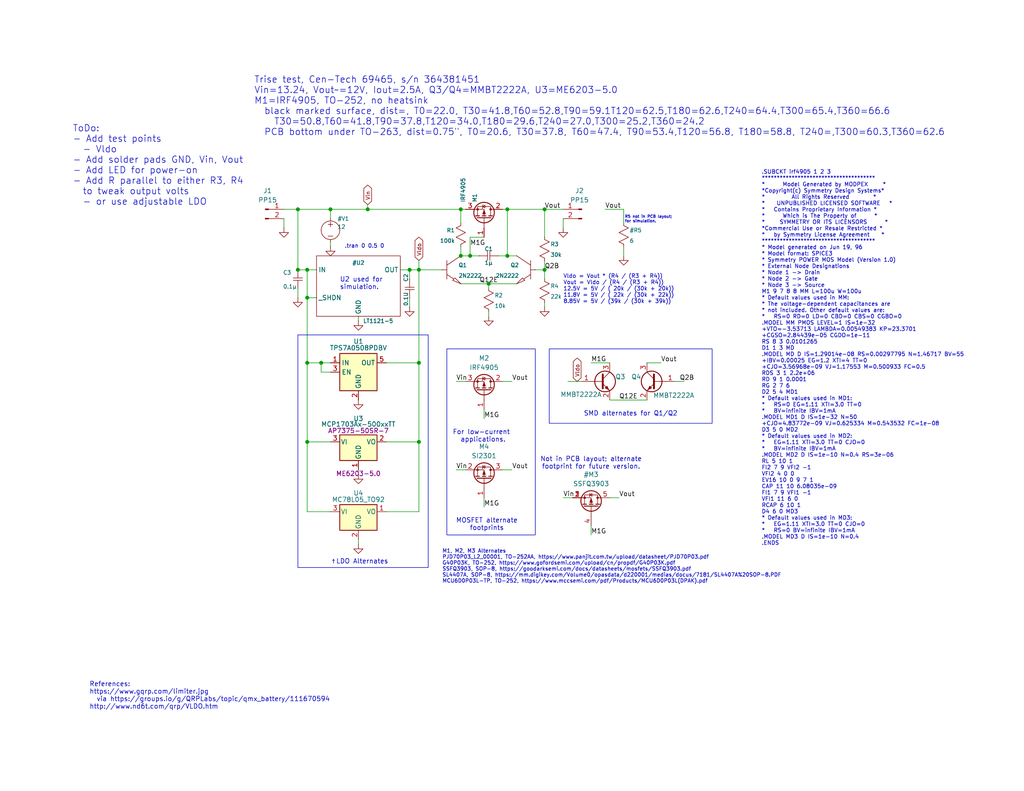
<source format=kicad_sch>
(kicad_sch (version 20250114) (generator "eeschema") (generator_version "9.0")
  (paper "USLetter")
  (title_block (title "VLDO (Very Low Dropout Regulator)") (date "2025-11-16") (rev "0.1") (comment 1 "Artwork (C) 2025, AC8ES") (comment 2 "  http://www.nd6t.com/qrp/VLDO.htm") (comment 3 "  https://www.gqrp.com/limiter.jpg (G4COL)") (comment 4 "Based on"))
  (lib_symbols
    (symbol "Connector:Conn_01x02_Pin" (pin_names (offset 1.016) (hide yes))
      (property "Reference" "J" (at 0 2.54 0))
      (property "Value" "Conn_01x02_Pin" (at 0 -5.08 0))
      (symbol "Conn_01x02_Pin_1_1"
        (rectangle (start 0.8636 0.127) (end 0 -0.127) (stroke (width 0.1524)) (fill (type outline)))
        (rectangle (start 0.8636 -2.413) (end 0 -2.667) (stroke (width 0.1524)) (fill (type outline)))
        (polyline (pts (xy 1.27 0) (xy 0.8636 0)) (stroke (width 0.1524)))
        (polyline (pts (xy 1.27 -2.54) (xy 0.8636 -2.54)) (stroke (width 0.1524)))
        (pin passive line (at 5.08 0 180) (length 3.81) (name "Pin_1") (number "1"))
        (pin passive line (at 5.08 -2.54 180) (length 3.81) (name "Pin_2") (number "2"))
      )
    )
    (symbol "Regulator_Linear:MC78L05_TO92" (pin_names (offset 0.254))
      (property "Reference" "U" (at -3.81 3.175 0))
      (property "Value" "MC78L05_TO92" (at 0 3.175 0))
      (symbol "MC78L05_TO92_0_1"
        (rectangle (start -5.08 -5.08) (end 5.08 1.905) (stroke (width 0.254)) (fill (type background)))
      )
      (symbol "MC78L05_TO92_1_1"
        (pin power_in line (at -7.62 0 0) (length 2.54) (name "VI") (number "3"))
        (pin power_in line (at 0 -7.62 90) (length 2.54) (name "GND") (number "2"))
        (pin power_out line (at 7.62 0 180) (length 2.54) (name "VO") (number "1"))
      )
    )
    (symbol "Regulator_Linear:MCP1703Ax-500xxTT" (pin_names (offset 0.254))
      (property "Reference" "U" (at -3.81 3.175 0))
      (property "Value" "MCP1703Ax-500xxTT" (at 0 3.175 0))
      (symbol "MCP1703Ax-500xxTT_0_1"
        (rectangle (start -5.08 -5.08) (end 5.08 1.905) (stroke (width 0.254)) (fill (type background)))
      )
      (symbol "MCP1703Ax-500xxTT_1_1"
        (pin power_in line (at -7.62 0 0) (length 2.54) (name "VI") (number "3"))
        (pin power_in line (at 0 -7.62 90) (length 2.54) (name "GND") (number "1"))
        (pin power_out line (at 7.62 0 180) (length 2.54) (name "VO") (number "2"))
      )
    )
    (symbol "Regulator_Linear:TPS7A0508PDBV"
      (property "Reference" "U" (at -3.81 6.35 0))
      (property "Value" "TPS7A0508PDBV" (at 6.35 6.35 0))
      (symbol "TPS7A0508PDBV_0_1"
        (rectangle (start -5.08 -5.08) (end 5.08 5.08) (stroke (width 0.254)) (fill (type background)))
        (pin power_in line (at -7.62 2.54 0) (length 2.54) (name "IN") (number "1"))
        (pin input line (at -7.62 0 0) (length 2.54) (name "EN") (number "3"))
        (pin power_in line (at 0 -7.62 90) (length 2.54) (name "GND") (number "2"))
        (pin no_connect line (at 5.08 0 180) (length 2.54) (hide yes) (name "NC") (number "4"))
        (pin power_out line (at 7.62 2.54 180) (length 2.54) (name "OUT") (number "5"))
      )
    )
    (symbol "Transistor_BJT:MMBT2222A" (pin_names (offset 0) (hide yes))
      (property "Reference" "Q" (at 5.08 1.905 0))
      (property "Value" "MMBT2222A" (at 5.08 0 0))
      (symbol "MMBT2222A_0_1"
        (polyline (pts (xy -2.54 0) (xy 0.635 0)))
        (polyline (pts (xy 0.635 1.905) (xy 0.635 -1.905)) (stroke (width 0.508)))
        (circle (center 1.27 0) (radius 2.8194) (stroke (width 0.254)))
      )
      (symbol "MMBT2222A_1_1"
        (polyline (pts (xy 0.635 0.635) (xy 2.54 2.54)))
        (polyline (pts (xy 0.635 -0.635) (xy 2.54 -2.54)))
        (polyline (pts (xy 1.27 -1.778) (xy 1.778 -1.27) (xy 2.286 -2.286) (xy 1.27 -1.778)) (fill (type outline)))
        (pin input line (at -5.08 0 0) (length 2.54) (name "B") (number "1"))
        (pin passive line (at 2.54 5.08 270) (length 2.54) (name "C") (number "3"))
        (pin passive line (at 2.54 -5.08 90) (length 2.54) (name "E") (number "2"))
      )
    )
    (symbol "Transistor_FET:IRF4905" (pin_names (hide yes))
      (property "Reference" "Q" (at 5.08 1.905 0))
      (property "Value" "IRF4905" (at 5.08 0 0))
      (symbol "IRF4905_0_1"
        (polyline (pts (xy 0.254 1.905) (xy 0.254 -1.905)) (stroke (width 0.254)))
        (polyline (pts (xy 0.254 0) (xy -2.54 0)))
        (polyline (pts (xy 0.762 2.286) (xy 0.762 1.27)) (stroke (width 0.254)))
        (polyline (pts (xy 0.762 1.778) (xy 3.302 1.778) (xy 3.302 -1.778) (xy 0.762 -1.778)))
        (polyline (pts (xy 0.762 0.508) (xy 0.762 -0.508)) (stroke (width 0.254)))
        (polyline (pts (xy 0.762 -1.27) (xy 0.762 -2.286)) (stroke (width 0.254)))
        (circle (center 1.651 0) (radius 2.794) (stroke (width 0.254)))
        (polyline (pts (xy 2.286 0) (xy 1.27 0.381) (xy 1.27 -0.381) (xy 2.286 0)) (fill (type outline)))
        (polyline (pts (xy 2.54 2.54) (xy 2.54 1.778)))
        (circle (center 2.54 1.778) (radius 0.254) (fill (type outline)))
        (circle (center 2.54 -1.778) (radius 0.254) (fill (type outline)))
        (polyline (pts (xy 2.54 -2.54) (xy 2.54 0) (xy 0.762 0)))
        (polyline (pts (xy 2.794 -0.508) (xy 2.921 -0.381) (xy 3.683 -0.381) (xy 3.81 -0.254)))
        (polyline (pts (xy 3.302 -0.381) (xy 2.921 0.254) (xy 3.683 0.254) (xy 3.302 -0.381)))
      )
      (symbol "IRF4905_1_1"
        (pin input line (at -5.08 0 0) (length 2.54) (name "G") (number "1"))
        (pin passive line (at 2.54 5.08 270) (length 2.54) (name "D") (number "2"))
        (pin passive line (at 2.54 -5.08 90) (length 2.54) (name "S") (number "3"))
      )
    )
    (symbol "Transistor_FET:IRF9540N" (pin_names (hide yes))
      (property "Reference" "Q" (at 5.08 1.905 0))
      (property "Value" "IRF9540N" (at 5.08 0 0))
      (symbol "IRF9540N_0_1"
        (polyline (pts (xy 0.254 1.905) (xy 0.254 -1.905)) (stroke (width 0.254)))
        (polyline (pts (xy 0.254 0) (xy -2.54 0)))
        (polyline (pts (xy 0.762 2.286) (xy 0.762 1.27)) (stroke (width 0.254)))
        (polyline (pts (xy 0.762 1.778) (xy 3.302 1.778) (xy 3.302 -1.778) (xy 0.762 -1.778)))
        (polyline (pts (xy 0.762 0.508) (xy 0.762 -0.508)) (stroke (width 0.254)))
        (polyline (pts (xy 0.762 -1.27) (xy 0.762 -2.286)) (stroke (width 0.254)))
        (circle (center 1.651 0) (radius 2.794) (stroke (width 0.254)))
        (polyline (pts (xy 2.286 0) (xy 1.27 0.381) (xy 1.27 -0.381) (xy 2.286 0)) (fill (type outline)))
        (polyline (pts (xy 2.54 2.54) (xy 2.54 1.778)))
        (circle (center 2.54 1.778) (radius 0.254) (fill (type outline)))
        (circle (center 2.54 -1.778) (radius 0.254) (fill (type outline)))
        (polyline (pts (xy 2.54 -2.54) (xy 2.54 0) (xy 0.762 0)))
        (polyline (pts (xy 2.794 -0.508) (xy 2.921 -0.381) (xy 3.683 -0.381) (xy 3.81 -0.254)))
        (polyline (pts (xy 3.302 -0.381) (xy 2.921 0.254) (xy 3.683 0.254) (xy 3.302 -0.381)))
      )
      (symbol "IRF9540N_1_1"
        (pin input line (at -5.08 0 0) (length 2.54) (name "G") (number "1"))
        (pin passive line (at 2.54 5.08 270) (length 2.54) (name "D") (number "2"))
        (pin passive line (at 2.54 -5.08 90) (length 2.54) (name "S") (number "3"))
      )
    )
    (symbol "Transistor_FET:Si2319CDS" (pin_names (hide yes))
      (property "Reference" "Q" (at 5.08 1.905 0))
      (property "Value" "Si2319CDS" (at 5.08 0 0))
      (symbol "Si2319CDS_0_1"
        (polyline (pts (xy 0.254 1.905) (xy 0.254 -1.905)) (stroke (width 0.254)))
        (polyline (pts (xy 0.254 0) (xy -2.54 0)))
        (polyline (pts (xy 0.762 2.286) (xy 0.762 1.27)) (stroke (width 0.254)))
        (polyline (pts (xy 0.762 1.778) (xy 3.302 1.778) (xy 3.302 -1.778) (xy 0.762 -1.778)))
        (polyline (pts (xy 0.762 0.508) (xy 0.762 -0.508)) (stroke (width 0.254)))
        (polyline (pts (xy 0.762 -1.27) (xy 0.762 -2.286)) (stroke (width 0.254)))
        (circle (center 1.651 0) (radius 2.794) (stroke (width 0.254)))
        (polyline (pts (xy 2.286 0) (xy 1.27 0.381) (xy 1.27 -0.381) (xy 2.286 0)) (fill (type outline)))
        (polyline (pts (xy 2.54 2.54) (xy 2.54 1.778)))
        (circle (center 2.54 1.778) (radius 0.254) (fill (type outline)))
        (circle (center 2.54 -1.778) (radius 0.254) (fill (type outline)))
        (polyline (pts (xy 2.54 -2.54) (xy 2.54 0) (xy 0.762 0)))
        (polyline (pts (xy 2.794 -0.508) (xy 2.921 -0.381) (xy 3.683 -0.381) (xy 3.81 -0.254)))
        (polyline (pts (xy 3.302 -0.381) (xy 2.921 0.254) (xy 3.683 0.254) (xy 3.302 -0.381)))
      )
      (symbol "Si2319CDS_1_1"
        (pin input line (at -5.08 0 0) (length 2.54) (name "G") (number "1"))
        (pin passive line (at 2.54 5.08 270) (length 2.54) (name "D") (number "3"))
        (pin passive line (at 2.54 -5.08 90) (length 2.54) (name "S") (number "2"))
      )
    )
    (symbol "ac8es:SSFQ3903" (pin_names (hide yes))
      (property "Reference" "Q" (at 5.08 1.905 0))
      (property "Value" "SSFQ3903" (at 5.08 0 0))
      (symbol "SSFQ3903_0_1"
        (polyline (pts (xy 0.254 1.905) (xy 0.254 -1.905)) (stroke (width 0.254)))
        (polyline (pts (xy 0.254 0) (xy -2.54 0)))
        (polyline (pts (xy 0.762 2.286) (xy 0.762 1.27)) (stroke (width 0.254)))
        (polyline (pts (xy 0.762 1.778) (xy 3.302 1.778) (xy 3.302 -1.778) (xy 0.762 -1.778)))
        (polyline (pts (xy 0.762 0.508) (xy 0.762 -0.508)) (stroke (width 0.254)))
        (polyline (pts (xy 0.762 -1.27) (xy 0.762 -2.286)) (stroke (width 0.254)))
        (circle (center 1.651 0) (radius 2.794) (stroke (width 0.254)))
        (polyline (pts (xy 2.286 0) (xy 1.27 0.381) (xy 1.27 -0.381) (xy 2.286 0)) (fill (type outline)))
        (polyline (pts (xy 2.54 2.54) (xy 2.54 1.778)))
        (circle (center 2.54 1.778) (radius 0.254) (fill (type outline)))
        (circle (center 2.54 -1.778) (radius 0.254) (fill (type outline)))
        (polyline (pts (xy 2.54 -2.54) (xy 2.54 0) (xy 0.762 0)))
        (polyline (pts (xy 2.794 -0.508) (xy 2.921 -0.381) (xy 3.683 -0.381) (xy 3.81 -0.254)))
        (polyline (pts (xy 3.302 -0.381) (xy 2.921 0.254) (xy 3.683 0.254) (xy 3.302 -0.381)))
      )
      (symbol "SSFQ3903_1_0"
        (pin passive line (at 2.54 -5.08 90) (length 2.54) (name "S") (number "2"))
        (pin passive line (at 2.54 -5.08 90) (length 2.54) (name "S") (number "3"))
      )
      (symbol "SSFQ3903_1_1"
        (pin passive line (at -5.08 0 0) (length 2.54) (name "G") (number "4"))
        (pin passive line (at 2.54 5.08 270) (length 2.54) (name "D") (number "5"))
        (pin passive line (at 2.54 5.08 270) (length 2.54) (hide yes) (name "D") (number "6"))
        (pin passive line (at 2.54 5.08 270) (length 2.54) (hide yes) (name "D") (number "7"))
        (pin passive line (at 2.54 5.08 270) (length 2.54) (hide yes) (name "D") (number "8"))
        (pin passive line (at 2.54 -5.08 90) (length 2.54) (name "S") (number "1"))
      )
    )
    (symbol "ltspice:PowerProducts/LT1121-5" (pin_numbers (hide yes))
      (symbol "PowerProducts/LT1121-5_0_0"
        (rectangle (start -11.43 7.62) (end 11.43 -8.89) (stroke (width 0.1524)))
        (pin passive line (at -11.43 3.81 0) (length 0.0005) (name "IN") (number "4"))
        (pin passive line (at -11.43 -3.81 0) (length 0.0005) (name "_SHDN") (number "3"))
        (pin passive line (at 0 -8.89 90) (length 0.0005) (name "GND") (number "2"))
        (pin passive line (at 11.43 3.81 180) (length 0.0005) (name "OUT") (number "1"))
      )
    )
    (symbol "ltspice:cap" (pin_numbers (hide yes))
      (symbol "cap_0_0"
        (polyline (pts (xy 1.27 0) (xy 1.27 -2.2352)) (stroke (width 0.1524)))
        (polyline (pts (xy 1.27 -5.08) (xy 1.27 -2.8702)) (stroke (width 0.1524)))
        (polyline (pts (xy 2.54 -2.2352) (xy 0 -2.2352)) (stroke (width 0.1524)))
        (polyline (pts (xy 2.54 -2.8702) (xy 0 -2.8702)) (stroke (width 0.1524)))
        (pin passive line (at 1.27 0 0) (length 0.0005) (name "") (number "1"))
        (pin passive line (at 1.27 -5.08 0) (length 0.0005) (name "") (number "2"))
      )
    )
    (symbol "ltspice:npn" (pin_numbers (hide yes))
      (symbol "npn_0_0"
        (polyline (pts (xy 0 -3.81) (xy 1.27 -3.81)) (stroke (width 0.1524)))
        (polyline (pts (xy 1.27 -1.27) (xy 1.27 -6.35)) (stroke (width 0.1524)))
        (polyline (pts (xy 1.27 -5.08) (xy 3.175 -6.35)) (stroke (width 0.1524)))
        (polyline (pts (xy 2.8702 -6.6802) (xy 3.5052 -6.0452)) (stroke (width 0.1524)))
        (polyline (pts (xy 2.8702 -6.6802) (xy 5.08 -7.62)) (stroke (width 0.1524)))
        (polyline (pts (xy 3.5052 -6.0452) (xy 5.08 -7.62)) (stroke (width 0.1524)))
        (polyline (pts (xy 5.08 0) (xy 1.27 -2.54)) (stroke (width 0.1524)))
        (pin passive line (at 0 -3.81 0) (length 0.0005) (name "B") (number "2"))
        (pin passive line (at 5.08 0 0) (length 0.0005) (name "C") (number "1"))
        (pin passive line (at 5.08 -7.62 0) (length 0.0005) (name "E") (number "3"))
      )
    )
    (symbol "ltspice:res" (pin_numbers (hide yes))
      (symbol "res_0_0"
        (polyline (pts (xy 0 -3.81) (xy 2.54 -2.54)) (stroke (width 0.1524)))
        (polyline (pts (xy 0 -6.35) (xy 2.54 -5.08)) (stroke (width 0.1524)))
        (polyline (pts (xy 1.27 -1.905) (xy 1.27 -1.27)) (stroke (width 0.1524)))
        (polyline (pts (xy 1.27 -6.985) (xy 0 -6.35)) (stroke (width 0.1524)))
        (polyline (pts (xy 1.27 -7.62) (xy 1.27 -6.985)) (stroke (width 0.1524)))
        (polyline (pts (xy 2.54 -2.54) (xy 1.27 -1.905)) (stroke (width 0.1524)))
        (polyline (pts (xy 2.54 -5.08) (xy 0 -3.81)) (stroke (width 0.1524)))
        (pin passive line (at 1.27 -1.27 0) (length 0.0005) (name "") (number "1"))
        (pin passive line (at 1.27 -7.62 0) (length 0.0005) (name "") (number "2"))
      )
    )
    (symbol "ltspice:voltage" (pin_numbers (hide yes))
      (symbol "voltage_0_0"
        (polyline (pts (xy 0 -1.905) (xy 0 -1.27)) (stroke (width 0.1524)))
        (polyline (pts (xy 0 -3.5052) (xy 0 -2.2352)) (stroke (width 0.1524)))
        (circle (center 0 -4.445) (radius 2.54) (stroke (width 0.1524)))
        (polyline (pts (xy 0 -6.985) (xy 0 -7.62)) (stroke (width 0.1524)))
        (polyline (pts (xy 0.635 -2.8702) (xy -0.635 -2.8702)) (stroke (width 0.1524)))
        (polyline (pts (xy 0.635 -6.0452) (xy -0.635 -6.0452)) (stroke (width 0.1524)))
        (pin passive line (at 0 -1.27 0) (length 0.0005) (name "+") (number "1"))
        (pin passive line (at 0 -7.62 0) (length 0.0005) (name "-") (number "2"))
      )
    )
    (symbol "power:GND" (power) (pin_numbers (hide yes)) (pin_names (offset 0) (hide yes))
      (property "Value" "GND" (at 0 -3.81 0))
      (symbol "GND_0_1"
        (polyline (pts (xy 0 0) (xy 0 -1.27) (xy 1.27 -1.27) (xy 0 -2.54) (xy -1.27 -1.27) (xy 0 -1.27)))
      )
      (symbol "GND_1_1"
        (pin power_in line (at 0 0 270) (length 0) (name "~") (number "1"))
      )
    )
  )
  (rectangle (start 149.86 95.25) (end 194.31 115.57))
  (rectangle (start 121.92 95.25) (end 146.05 146.05))
  (rectangle (start 81.28 91.44) (end 116.84 154.94))
  (text "For low-current \napplications." (at 131.826 119.126 0) (effects (font (size 1.27 1.27))))
  (text "Vldo = Vout * (R4 / (R3 + R4))\nVout = Vldo / (R4 / (R3 + R4))\n12.5V = 5V / ( 20k / (30k + 20k))\n11.8V = 5V / ( 22k / (30k + 22k))\n8.85V = 5V / (39k / (30k + 39k))" (at 153.67 74.93 0) (effects (font (size 1.0668 1.0668)) (justify left top)))
  (text "U2 used for \nsimulation." (at 92.71 77.47 0) (effects (font (size 1.27 1.27)) (justify left)))
  (text "MOSFET alternate\nfootprints" (at 132.842 143.256 0) (effects (font (size 1.27 1.27))))
  (text "Trise test, Cen-Tech 69465, s/n 364381451\nVin=13.24, Vout~=12V, Iout=2.5A, Q3/Q4=MMBT2222A, U3=ME6203-5.0\nM1=IRF4905, TO-252, no heatsink\n  black marked surface, dist=, T0=22.0, T30=41.8,T60=52.8,T90=59.1T120=62.5,T180=62.6,T240=64.4,T300=65.4,T360=66.6\n    T30=50.8,T60=41.8,T90=37.8,T120=34.0,T180=29.6,T240=27.0,T300=25.2,T360=24.2\n  PCB bottom under TO-263, dist=0.75\", T0=20.6, T30=37.8, T60=47.4, T90=53.4,T120=56.8, T180=58.8, T240=,T300=60.3,T360=62.6\n  " (at 69.342 30.48 0) (effects (font (size 1.778 1.778)) (justify left)))
  (text "References:\nhttps://www.gqrp.com/limiter.jpg\n  via https://groups.io/g/QRPLabs/topic/qmx_battery/111670594\nhttp://www.nd6t.com/qrp/VLDO.htm" (at 24.384 186.182 0) (effects (font (size 1.27 1.27)) (justify left top)))
  (text "↑LDO Alternates" (at 98.044 153.416 0) (effects (font (size 1.27 1.27))))
  (text ".tran 0 0.5 0" (at 93.98 67.31 0) (effects (font (size 1.0668 1.0668)) (justify left)))
  (text "R5 not in PCB layout;\nfor simulation." (at 170.434 59.944 0) (effects (font (size 0.762 0.762)) (justify left)))
  (text "M1, M2, M3 Alternates\nPJD70P03_L2_00001, TO-252AA, https://www.panjit.com.tw/upload/datasheet/PJD70P03.pdf\nG40P03K, TO-252, https://www.gofordsemi.com/upload/cn/propdf/G40P03K.pdf\nSSFQ3903, SOP-8, https://goodarksemi.com/docs/datasheets/mosfets/SSFQ3903.pdf\nSL4407A, SOP-8, https://mm.digikey.com/Volume0/opasdata/d220001/medias/docus/7181/SL4407A%20SOP-8.PDF\nMCU6D0P03L-TP, TO-252, https://www.mccsemi.com/pdf/Products/MCU6D0P03L(DPAK).pdf\n" (at 120.65 154.686 0) (effects (font (size 1.016 1.016)) (justify left)))
  (text "SMD alternates for Q1/Q2" (at 159.258 113.03 0) (effects (font (size 1.27 1.27)) (justify left)))
  (text "Not in PCB layout; alternate\nfootprint for future version." (at 161.29 126.492 0) (effects (font (size 1.27 1.27))))
  (text "ToDo:\n- Add test points \n  - Vldo\n- Add solder pads GND, Vin, Vout\n- Add LED for power-on\n- Add R parallel to either R3, R4\n  to tweak output volts\n  - or use adjustable LDO" (at 19.812 45.212 0) (effects (font (size 1.778 1.778)) (justify left)))
  (text ".SUBCKT irf4905 1 2 3\n**************************************\n*      Model Generated by MODPEX     *\n*Copyright(c) Symmetry Design Systems*\n*         All Rights Reserved        *\n*    UNPUBLISHED LICENSED SOFTWARE   *\n*   Contains Proprietary Information *\n*      Which is The Property of      *\n*     SYMMETRY OR ITS LICENSORS      *\n*Commercial Use or Resale Restricted *\n*   by Symmetry License Agreement    *\n**************************************\n* Model generated on Jun 19, 96\n* Model format: SPICE3\n* Symmetry POWER MOS Model (Version 1.0)\n* External Node Designations\n* Node 1 -> Drain\n* Node 2 -> Gate\n* Node 3 -> Source\nM1 9 7 8 8 MM L=100u W=100u\n* Default values used in MM:\n* The voltage-dependent capacitances are\n* not included. Other default values are:\n*   RS=0 RD=0 LD=0 CBD=0 CBS=0 CGBO=0\n.MODEL MM PMOS LEVEL=1 IS=1e-32\n+VTO=-3.53713 LAMBDA=0.00549383 KP=23.3701\n+CGSO=2.84439e-05 CGDO=1e-11\nRS 8 3 0.0101265\nD1 1 3 MD\n.MODEL MD D IS=1.29014e-08 RS=0.00297795 N=1.46717 BV=55\n+IBV=0.00025 EG=1.2 XTI=4 TT=0\n+CJO=3.56968e-09 VJ=1.17553 M=0.500933 FC=0.5\nRDS 3 1 2.2e+06\nRD 9 1 0.0001\nRG 2 7 6\nD2 5 4 MD1\n* Default values used in MD1:\n*   RS=0 EG=1.11 XTI=3.0 TT=0\n*   BV=infinite IBV=1mA\n.MODEL MD1 D IS=1e-32 N=50\n+CJO=4.83772e-09 VJ=0.625334 M=0.543532 FC=1e-08\nD3 5 0 MD2\n* Default values used in MD2:\n*   EG=1.11 XTI=3.0 TT=0 CJO=0\n*   BV=infinite IBV=1mA\n.MODEL MD2 D IS=1e-10 N=0.4 RS=3e-06\nRL 5 10 1\nFI2 7 9 VFI2 -1\nVFI2 4 0 0\nEV16 10 0 9 7 1\nCAP 11 10 6.08035e-09\nFI1 7 9 VFI1 -1\nVFI1 11 6 0\nRCAP 6 10 1\nD4 6 0 MD3\n* Default values used in MD3:\n*   EG=1.11 XTI=3.0 TT=0 CJO=0\n*   RS=0 BV=infinite IBV=1mA\n.MODEL MD3 D IS=1e-10 N=0.4\n.ENDS" (at 207.772 46.482 0) (effects (font (size 1.0668 1.0668)) (justify left top)))
  (junction (at 114.3 99.06))
  (junction (at 128.27 69.85))
  (junction (at 125.73 69.85))
  (junction (at 125.73 57.15))
  (junction (at 100.33 57.15))
  (junction (at 83.82 120.65))
  (junction (at 148.59 73.66))
  (junction (at 114.3 73.66))
  (junction (at 81.28 57.15))
  (junction (at 83.82 73.66))
  (junction (at 83.82 81.28))
  (junction (at 133.35 77.47))
  (junction (at 138.43 69.85))
  (junction (at 111.76 73.66))
  (junction (at 83.82 99.06))
  (junction (at 81.28 73.66))
  (junction (at 138.43 57.15))
  (junction (at 114.3 120.65))
  (junction (at 87.63 99.06))
  (junction (at 90.17 57.15))
  (junction (at 148.59 57.15))
  (wire (pts (xy 153.67 135.89) (xy 156.21 135.89)))
  (wire (pts (xy 77.47 59.69) (xy 77.47 62.23)))
  (wire (pts (xy 186.69 104.14) (xy 184.15 104.14)) (stroke (width 0.1524)))
  (wire (pts (xy 81.28 81.28) (xy 81.28 78.74)) (stroke (width 0.1524)))
  (wire (pts (xy 77.47 57.15) (xy 81.28 57.15)))
  (wire (pts (xy 137.16 104.14) (xy 139.7 104.14)))
  (wire (pts (xy 97.79 147.32) (xy 97.79 148.59)))
  (wire (pts (xy 90.17 59.69) (xy 90.17 57.15)) (stroke (width 0.1524)))
  (wire (pts (xy 114.3 120.65) (xy 114.3 139.7)) (stroke (width 0.1524)))
  (wire (pts (xy 87.63 99.06) (xy 87.63 101.6)))
  (wire (pts (xy 83.82 73.66) (xy 81.28 73.66)) (stroke (width 0.1524)))
  (wire (pts (xy 100.33 57.15) (xy 125.73 57.15)) (stroke (width 0.1524)))
  (wire (pts (xy 161.29 99.06) (xy 166.37 99.06)) (stroke (width 0.1524)))
  (wire (pts (xy 166.37 109.22) (xy 176.53 109.22)))
  (wire (pts (xy 124.46 128.27) (xy 127 128.27)))
  (wire (pts (xy 111.76 76.2) (xy 111.76 73.66)) (stroke (width 0.1524)))
  (wire (pts (xy 83.82 81.28) (xy 83.82 99.06)) (stroke (width 0.1524)))
  (wire (pts (xy 132.08 64.77) (xy 128.27 64.77)))
  (wire (pts (xy 138.43 57.15) (xy 138.43 69.85)))
  (wire (pts (xy 128.27 69.85) (xy 130.81 69.85)) (stroke (width 0.1524)))
  (wire (pts (xy 138.43 69.85) (xy 140.97 69.85)) (stroke (width 0.1524)))
  (wire (pts (xy 114.3 73.66) (xy 120.65 73.66)) (stroke (width 0.1524)))
  (wire (pts (xy 90.17 67.31) (xy 90.17 66.04)) (stroke (width 0.1524)))
  (wire (pts (xy 132.08 135.89) (xy 132.08 138.43)))
  (wire (pts (xy 83.82 99.06) (xy 83.82 120.65)) (stroke (width 0.1524)))
  (wire (pts (xy 148.59 73.66) (xy 146.05 73.66)) (stroke (width 0.1524)))
  (wire (pts (xy 111.76 83.82) (xy 111.76 81.28)) (stroke (width 0.1524)))
  (wire (pts (xy 86.36 81.28) (xy 83.82 81.28)) (stroke (width 0.1524)))
  (wire (pts (xy 83.82 73.66) (xy 83.82 81.28)) (stroke (width 0.1524)))
  (wire (pts (xy 97.79 128.27) (xy 97.79 129.54)))
  (wire (pts (xy 114.3 120.65) (xy 105.41 120.65)) (stroke (width 0.1524)))
  (wire (pts (xy 125.73 57.15) (xy 127 57.15)))
  (wire (pts (xy 153.67 59.69) (xy 153.67 62.23)))
  (wire (pts (xy 90.17 57.15) (xy 100.33 57.15)) (stroke (width 0.1524)))
  (wire (pts (xy 128.27 64.77) (xy 128.27 69.85)))
  (wire (pts (xy 86.36 73.66) (xy 83.82 73.66)) (stroke (width 0.1524)))
  (wire (pts (xy 166.37 135.89) (xy 168.91 135.89)))
  (wire (pts (xy 114.3 71.12) (xy 114.3 73.66)))
  (wire (pts (xy 114.3 139.7) (xy 105.41 139.7)) (stroke (width 0.1524)))
  (wire (pts (xy 137.16 57.15) (xy 138.43 57.15)))
  (wire (pts (xy 114.3 73.66) (xy 114.3 99.06)) (stroke (width 0.1524)))
  (wire (pts (xy 83.82 139.7) (xy 90.17 139.7)) (stroke (width 0.1524)))
  (wire (pts (xy 133.35 77.47) (xy 125.73 77.47)) (stroke (width 0.1524)))
  (wire (pts (xy 125.73 69.85) (xy 128.27 69.85)) (stroke (width 0.1524)))
  (wire (pts (xy 170.18 60.96) (xy 170.18 57.15)) (stroke (width 0.1524)))
  (wire (pts (xy 125.73 60.96) (xy 125.73 57.15)) (stroke (width 0.1524)))
  (wire (pts (xy 114.3 99.06) (xy 114.3 120.65)) (stroke (width 0.1524)))
  (wire (pts (xy 111.76 73.66) (xy 114.3 73.66)) (stroke (width 0.1524)))
  (wire (pts (xy 125.73 69.85) (xy 125.73 67.31)) (stroke (width 0.1524)))
  (wire (pts (xy 90.17 101.6) (xy 87.63 101.6)))
  (wire (pts (xy 124.46 104.14) (xy 127 104.14)))
  (wire (pts (xy 148.59 83.82) (xy 148.59 82.55)) (stroke (width 0.1524)))
  (wire (pts (xy 83.82 120.65) (xy 90.17 120.65)))
  (wire (pts (xy 170.18 69.85) (xy 170.18 67.31)) (stroke (width 0.1524)))
  (wire (pts (xy 100.33 55.88) (xy 100.33 57.15)) (stroke (width 0.1524)))
  (wire (pts (xy 83.82 120.65) (xy 83.82 139.7)) (stroke (width 0.1524)))
  (wire (pts (xy 132.08 111.76) (xy 132.08 114.3)))
  (wire (pts (xy 170.18 57.15) (xy 165.1 57.15)) (stroke (width 0.1524)))
  (wire (pts (xy 87.63 99.06) (xy 90.17 99.06)))
  (wire (pts (xy 81.28 73.66) (xy 81.28 57.15)) (stroke (width 0.1524)))
  (wire (pts (xy 148.59 57.15) (xy 148.59 64.77)))
  (wire (pts (xy 105.41 99.06) (xy 114.3 99.06)) (stroke (width 0.1524)))
  (wire (pts (xy 111.76 73.66) (xy 109.22 73.66)) (stroke (width 0.1524)))
  (wire (pts (xy 161.29 143.51) (xy 161.29 146.05)))
  (wire (pts (xy 83.82 99.06) (xy 87.63 99.06)))
  (wire (pts (xy 137.16 128.27) (xy 139.7 128.27)))
  (wire (pts (xy 148.59 73.66) (xy 148.59 71.12)) (stroke (width 0.1524)))
  (wire (pts (xy 135.89 69.85) (xy 138.43 69.85)) (stroke (width 0.1524)))
  (wire (pts (xy 138.43 57.15) (xy 148.59 57.15)))
  (wire (pts (xy 176.53 99.06) (xy 180.34 99.06)))
  (wire (pts (xy 140.97 77.47) (xy 133.35 77.47)) (stroke (width 0.1524)))
  (wire (pts (xy 148.59 76.2) (xy 148.59 73.66)) (stroke (width 0.1524)))
  (wire (pts (xy 133.35 78.74) (xy 133.35 77.47)) (stroke (width 0.1524)))
  (wire (pts (xy 90.17 57.15) (xy 81.28 57.15)) (stroke (width 0.1524)))
  (wire (pts (xy 133.35 86.36) (xy 133.35 85.09)) (stroke (width 0.1524)))
  (wire (pts (xy 97.79 87.63) (xy 97.79 86.36)) (stroke (width 0.1524)))
  (wire (pts (xy 148.59 57.15) (xy 153.67 57.15)) (stroke (width 0.1524)))
  (wire (pts (xy 154.94 104.14) (xy 158.75 104.14)) (stroke (width 0.1524)))
  (label "Q2B" (at 148.59 73.66 0))
  (label "Vin" (at 124.46 128.27 0))
  (label "M1G" (at 161.29 99.06 0))
  (label "Q12E" (at 130.81 77.47 0))
  (label "Vin" (at 124.46 104.14 0))
  (label "M1G" (at 132.08 138.43 0))
  (label "Q2B" (at 185.42 104.14 0))
  (label "Vout" (at 168.91 135.89 0))
  (label "Vout" (at 139.7 128.27 0))
  (label "Vout" (at 165.1 57.15 0))
  (label "M1G" (at 161.29 146.05 0))
  (label "Q12E" (at 168.91 109.22 0))
  (label "M1G" (at 132.08 114.3 0))
  (label "Vin" (at 153.67 135.89 0))
  (label "Vout" (at 180.34 99.06 0))
  (label "Vout" (at 139.7 104.14 0))
  (label "Vout" (at 148.59 57.15 0))
  (label "M1G" (at 128.27 67.31 0))
  (global_label "Vin" (shape bidirectional) (at 100.33 55.88 90) (effects (font (size 1.0668 1.0668))) (property "Intersheetrefs" "${INTERSHEET_REFS}" (effects (hide yes))))
  (global_label "Vldo" (shape bidirectional) (at 157.48 104.14 90) (effects (font (size 1.0668 1.0668))) (property "Intersheetrefs" "${INTERSHEET_REFS}" (effects (hide yes))))
  (global_label "Vldo" (shape bidirectional) (at 114.3 71.12 90) (effects (font (size 1.0668 1.0668))) (property "Intersheetrefs" "${INTERSHEET_REFS}" (effects (hide yes))))
  (symbol (lib_id "ltspice:cap") (at 80.01 73.66 0) (unit 1)
    (property "Reference" "C3" (at 77.216 74.422 0) (effects (font (size 1.0668 1.0668)) (justify left)))
    (property "Value" "0.1µ" (at 77.216 78.232 0) (effects (font (size 1.0668 1.0668)) (justify left)))
    (property "Footprint" "Capacitor_SMD:C_0603_1608Metric_Pad1.08x0.95mm_HandSolder" (effects (hide yes)))
    (property "Sim.Device" "C" (effects (hide yes)))
    (property "Sim.Params" "C=0.1µ" (effects (hide yes)))
  )
  (symbol (lib_id "Regulator_Linear:MCP1703Ax-500xxTT") (at 97.79 120.65 0) (unit 1)
    (property "Reference" "U3" (at 97.79 114.3 0))
    (property "Value" "MCP1703Ax-500xxTT" (at 97.79 115.824 0))
    (property "Footprint" "Package_TO_SOT_SMD:SOT-23" (effects (hide yes)))
    (property "Datasheet" "http://ww1.microchip.com/downloads/en/DeviceDoc/20005122B.pdf" (effects (hide yes)))
    (property "Description" "Low Quiescent Current LDO Regulator, 5.0V, 250mA, Vin<=16V, SOT-23" (effects (hide yes)))
    (property "Alt1PartNumber" "AP7375-50SR-7" (at 97.79 117.602 0))
    (property "Alt2PartNumber" "ME6203-5.0" (at 97.79 129.286 0))
    (property "Alt2Datasheet" "https://datasheet.lcsc.com/lcsc/Nanjing-Micro-One-Elec-ME6203A50M3G_C92717.pdf" (effects (hide yes)))
  )
  (symbol (lib_id "Transistor_BJT:MMBT2222A") (at 179.07 104.14 0) (mirror y) (unit 1)
    (property "Reference" "Q4" (at 175.006 102.87 0) (effects (justify left)))
    (property "Value" "MMBT2222A" (at 189.484 107.95 0) (effects (justify left)))
    (property "Footprint" "Package_TO_SOT_SMD:SOT-23" (effects (hide yes)))
    (property "Datasheet" "https://assets.nexperia.com/documents/data-sheet/MMBT2222A.pdf" (effects (hide yes)))
    (property "Description" "600mA Ic, 40V Vce, NPN Transistor, SOT-23" (effects (hide yes)))
  )
  (symbol (lib_id "Transistor_FET:IRF4905") (at 132.08 106.68 270) (mirror x) (unit 1)
    (property "Reference" "M2" (at 132.08 97.79 90))
    (property "Value" "IRF4905" (at 132.08 100.33 90))
    (property "Footprint" "Package_TO_SOT_THT:TO-220-3_Horizontal_TabDown" (effects (hide yes)))
    (property "Datasheet" "https://www.infineon.com/assets/row/public/documents/24/49/infineon-irf4905s-datasheet-en.pdf" (effects (hide yes)))
    (property "Description" "-74A Id, -55V Vds, Single P-Channel HEXFET Power MOSFET, 20mOhm Ron, TO-220AB" (effects (hide yes)))
    (property "VendorURL" "https://www.aliexpress.us/item/3256806880410046.html" (effects (hide yes)))
  )
  (symbol (lib_id "ltspice:res") (at 127 59.69 0) (mirror y) (unit 1)
    (property "Reference" "R1" (at 124.1298 62.865 0) (effects (font (size 1.0668 1.0668)) (justify left)))
    (property "Value" "100k" (at 124.1298 65.7352 0) (effects (font (size 1.0668 1.0668)) (justify left)))
    (property "Footprint" "Resistor_SMD:R_0603_1608Metric_Pad0.98x0.95mm_HandSolder" (effects (hide yes)))
    (property "Sim.Device" "R" (effects (hide yes)))
    (property "Sim.Params" "R=100k" (effects (hide yes)))
  )
  (symbol (lib_id "power:GND") (at 111.76 83.82 0) (unit 1)
    (property "Reference" "#GND001" (effects (hide yes)))
    (property "Value" "0" (effects (hide yes)))
    (property "Description" "Power symbol creates a global label with name \"GND\" , ground" (effects (hide yes)))
  )
  (symbol (lib_id "ltspice:voltage") (at 90.17 58.42 0) (unit 1)
    (property "Reference" "#V1" (at 92.075 59.69 0) (effects (font (size 1.0668 1.0668)) (justify left)))
    (property "Value" "12" (at 92.075 61.9252 0) (effects (font (size 1.0668 1.0668)) (justify left)))
    (property "Sim.Device" "SPICE" (effects (hide yes)))
    (property "Sim.Params" "type=\"V\" model=\"${VALUE}\" " (effects (hide yes)))
  )
  (symbol (lib_id "Transistor_BJT:MMBT2222A") (at 163.83 104.14 0) (unit 1)
    (property "Reference" "Q3" (at 167.894 102.87 0) (effects (justify left)))
    (property "Value" "MMBT2222A" (at 152.908 107.696 0) (effects (justify left)))
    (property "Footprint" "Package_TO_SOT_SMD:SOT-23" (effects (hide yes)))
    (property "Datasheet" "https://assets.nexperia.com/documents/data-sheet/MMBT2222A.pdf" (effects (hide yes)))
    (property "Description" "600mA Ic, 40V Vce, NPN Transistor, SOT-23" (effects (hide yes)))
  )
  (symbol (lib_id "ltspice:res") (at 147.32 74.93 0) (unit 1)
    (property "Reference" "R4" (at 150.1902 78.105 0) (effects (font (size 1.0668 1.0668)) (justify left)))
    (property "Value" "22k" (at 150.1902 80.9752 0) (effects (font (size 1.0668 1.0668)) (justify left)))
    (property "Footprint" "Resistor_SMD:R_0603_1608Metric_Pad0.98x0.95mm_HandSolder" (effects (hide yes)))
    (property "Sim.Device" "R" (effects (hide yes)))
    (property "Sim.Params" "R=22k" (effects (hide yes)))
  )
  (symbol (lib_id "Regulator_Linear:TPS7A0508PDBV") (at 97.79 101.6 0) (unit 1)
    (property "Reference" "U1" (at 97.79 93.218 0))
    (property "Value" "TPS7A0508PDBV" (at 97.79 94.996 0))
    (property "Footprint" "Package_TO_SOT_SMD:SOT-23-5" (effects (hide yes)))
    (property "Datasheet" "https://www.ti.com/lit/ds/symlink/tps7a05.pdf" (effects (hide yes)))
    (property "Description" "200-mA Ultra-Low-Iq LDO, 0.8V, SOT-23-5" (effects (hide yes)))
  )
  (symbol (lib_id "power:GND") (at 90.17 67.31 0) (unit 1)
    (property "Reference" "#GND004" (effects (hide yes)))
    (property "Value" "0" (effects (hide yes)))
    (property "Description" "Power symbol creates a global label with name \"GND\" , ground" (effects (hide yes)))
  )
  (symbol (lib_id "ltspice:cap") (at 135.89 68.58 270) (unit 1)
    (property "Reference" "C1" (at 133.35 68.58 90) (effects (font (size 1.0668 1.0668)) (justify bottom)))
    (property "Value" "1µ" (at 133.35 71.12 90) (effects (font (size 1.0668 1.0668)) (justify top)))
    (property "Footprint" "Capacitor_SMD:C_0603_1608Metric_Pad1.08x0.95mm_HandSolder" (effects (hide yes)))
    (property "Sim.Device" "C" (effects (hide yes)))
    (property "Sim.Params" "C=1µ" (effects (hide yes)))
  )
  (symbol (lib_id "Transistor_FET:IRF9540N") (at 132.08 59.69 270) (mirror x) (unit 1)
    (property "Reference" "M1" (at 129.54 55.245 0) (effects (font (size 1.0668 1.0668)) (justify left)))
    (property "Value" "IRF4905" (at 126.365 55.245 0) (effects (font (size 1.0668 1.0668)) (justify left)))
    (property "Footprint" "Package_TO_SOT_SMD:TO-252-3_TabPin2" (effects (hide yes)))
    (property "Datasheet" "https://www.infineon.com/assets/row/public/documents/24/49/infineon-irf4905s-datasheet-en.pdf" (effects (hide yes)))
    (property "Sim.Device" "SUBCKT" (effects (hide yes)))
    (property "Sim.Params" "model=\"irf4905\"" (effects (hide yes)))
    (property "VendorURL" "https://www.aliexpress.us/item/3256806571411100.html" (effects (hide yes)))
  )
  (symbol (lib_id "Connector:Conn_01x02_Pin") (at 72.39 57.15 0) (unit 1)
    (property "Reference" "J1" (at 73.025 52.07 0))
    (property "Value" "PP15" (at 73.025 54.61 0))
    (property "Footprint" "PowerPole:Anderson_Powerpole-25A-V_Dual" (effects (hide yes)))
    (property "Datasheet" "https://powerwerx.blob.core.windows.net/productattachments/113881s1.pdf" (effects (hide yes)))
    (property "Description" "Anderson PowerPole pins 1377G3 (straight) or 1377G1 (right angle)" (effects (hide yes)))
  )
  (symbol (lib_id "power:GND") (at 81.28 81.28 0) (unit 1)
    (property "Reference" "#GND000" (effects (hide yes)))
    (property "Value" "0" (effects (hide yes)))
    (property "Description" "Power symbol creates a global label with name \"GND\" , ground" (effects (hide yes)))
  )
  (symbol (lib_id "power:GND") (at 148.59 83.82 0) (unit 1)
    (property "Reference" "#GND003" (effects (hide yes)))
    (property "Value" "0" (effects (hide yes)))
    (property "Description" "Power symbol creates a global label with name \"GND\" , ground" (effects (hide yes)))
  )
  (symbol (lib_id "ltspice:cap") (at 110.49 76.2 0) (unit 1)
    (property "Reference" "C2" (at 110.744 76.962 90) (effects (font (size 1.0668 1.0668)) (justify left)))
    (property "Value" "0.1U" (at 110.744 83.566 90) (effects (font (size 1.0668 1.0668)) (justify left)))
    (property "Footprint" "Capacitor_SMD:C_0603_1608Metric_Pad1.08x0.95mm_HandSolder" (effects (hide yes)))
    (property "Sim.Device" "C" (effects (hide yes)))
    (property "Sim.Params" "C=0.1U" (effects (hide yes)))
  )
  (symbol (lib_id "ltspice:PowerProducts/LT1121-5") (at 97.79 77.47 0) (unit 1)
    (property "Reference" "#U2" (at 97.79 71.755 0) (effects (font (size 1.0668 1.0668))))
    (property "Value" "LT1121-5" (at 99.06 87.63 0) (effects (font (size 1.0668 1.0668)) (justify left)))
    (property "Value2" "LT1121-5" (effects (hide yes)))
    (property "Sim.Device" "SUBCKT" (effects (hide yes)))
    (property "Sim.Params" "model=\"LT1121-5\"" (effects (hide yes)))
  )
  (symbol (lib_id "power:GND") (at 170.18 69.85 0) (unit 1)
    (property "Reference" "#GND006" (effects (hide yes)))
    (property "Value" "0" (effects (hide yes)))
    (property "Description" "Power symbol creates a global label with name \"GND\" , ground" (effects (hide yes)))
  )
  (symbol (lib_id "ltspice:npn") (at 120.65 69.85 0) (unit 1)
    (property "Reference" "Q1" (at 125.095 72.39 0) (effects (font (size 1.0668 1.0668)) (justify left)))
    (property "Value" "2N2222" (at 125.095 75.2602 0) (effects (font (size 1.0668 1.0668)) (justify left)))
    (property "Footprint" "Package_TO_SOT_THT:TO-92_Inline" (effects (hide yes)))
    (property "Datasheet" "https://www.onsemi.com/pub/Collateral/PN2222-D.PDF" (effects (hide yes)))
    (property "Description" "1A Ic, 40V Vce, NPN Transistor, General Purpose Transistor, TO-92" (effects (hide yes)))
    (property "Sim.Device" "SPICE" (effects (hide yes)))
    (property "Sim.Params" "model=\"2N2222\"" (effects (hide yes)))
  )
  (symbol (lib_id "Transistor_FET:Si2319CDS") (at 132.08 130.81 270) (mirror x) (unit 1)
    (property "Reference" "M4" (at 132.08 121.92 90))
    (property "Value" "SI2301" (at 132.08 124.46 90))
    (property "Footprint" "ac8es:SOT-23_MOSFET_GSD_Handsoldering" (effects (hide yes)))
    (property "Datasheet" "https://www.mccsemi.com/pdf/Products/SI2301(SOT-23).pdf" (effects (hide yes)))
    (property "Description" "P-Channel 20 V 2.8A (Ta) 1.25W (Ta) Surface Mount SOT-23" (effects (hide yes)))
  )
  (symbol (lib_id "ltspice:res") (at 132.08 77.47 0) (unit 1)
    (property "Reference" "R2" (at 134.9502 80.645 0) (effects (font (size 1.0668 1.0668)) (justify left)))
    (property "Value" "10k" (at 134.9502 83.5152 0) (effects (font (size 1.0668 1.0668)) (justify left)))
    (property "Footprint" "Resistor_SMD:R_0603_1608Metric_Pad0.98x0.95mm_HandSolder" (effects (hide yes)))
    (property "Sim.Device" "R" (effects (hide yes)))
    (property "Sim.Params" "R=10k" (effects (hide yes)))
  )
  (symbol (lib_id "power:GND") (at 153.67 62.23 0) (unit 1)
    (property "Reference" "#GND011" (effects (hide yes)))
    (property "Value" "0" (effects (hide yes)))
    (property "Description" "Power symbol creates a global label with name \"GND\" , ground" (effects (hide yes)))
  )
  (symbol (lib_id "Regulator_Linear:MC78L05_TO92") (at 97.79 139.7 0) (unit 1)
    (property "Reference" "U4" (at 97.79 134.62 0))
    (property "Value" "MC78L05_TO92" (at 97.79 136.398 0))
    (property "Footprint" "Package_TO_SOT_THT:TO-92_Inline" (effects (hide yes)))
    (property "Datasheet" "https://www.onsemi.com/pub/Collateral/MC78L00A-D.PDF" (effects (hide yes)))
    (property "Description" "Positive 100mA 30V Linear Regulator, Fixed Output 5V, TO-92" (effects (hide yes)))
  )
  (symbol (lib_id "Connector:Conn_01x02_Pin") (at 158.75 57.15 0) (mirror y) (unit 1)
    (property "Reference" "J2" (at 158.115 52.07 0))
    (property "Value" "PP15" (at 158.115 54.61 0))
    (property "Footprint" "PowerPole:Anderson_Powerpole-25A-V_Dual" (effects (hide yes)))
    (property "Datasheet" "https://powerwerx.blob.core.windows.net/productattachments/113881s1.pdf" (effects (hide yes)))
    (property "Description" "Anderson PowerPole pins 1377G3 (straight) or 1377G1 (right angle)" (effects (hide yes)))
  )
  (symbol (lib_id "power:GND") (at 133.35 86.36 0) (unit 1)
    (property "Reference" "#GND002" (effects (hide yes)))
    (property "Value" "0" (effects (hide yes)))
    (property "Description" "Power symbol creates a global label with name \"GND\" , ground" (effects (hide yes)))
  )
  (symbol (lib_id "ltspice:res") (at 168.91 59.69 0) (unit 1)
    (property "Reference" "#R5" (at 171.7802 62.865 0) (effects (font (size 1.0668 1.0668)) (justify left)))
    (property "Value" "6" (at 171.7802 65.7352 0) (effects (font (size 1.0668 1.0668)) (justify left)))
    (property "Sim.Device" "R" (effects (hide yes)))
    (property "Sim.Params" "R=${VALUE}" (effects (hide yes)))
  )
  (symbol (lib_id "power:GND") (at 97.79 129.54 0) (unit 1)
    (property "Reference" "#GND08" (effects (hide yes)))
    (property "Value" "0" (effects (hide yes)))
    (property "Description" "Power symbol creates a global label with name \"GND\" , ground" (effects (hide yes)))
  )
  (symbol (lib_id "ltspice:npn") (at 146.05 69.85 0) (mirror y) (unit 1)
    (property "Reference" "Q2" (at 141.605 72.39 0) (effects (font (size 1.0668 1.0668)) (justify left)))
    (property "Value" "2N2222" (at 141.605 75.2602 0) (effects (font (size 1.0668 1.0668)) (justify left)))
    (property "Footprint" "Package_TO_SOT_THT:TO-92_Inline" (effects (hide yes)))
    (property "Datasheet" "https://www.onsemi.com/pub/Collateral/PN2222-D.PDF" (effects (hide yes)))
    (property "Description" "1A Ic, 40V Vce, NPN Transistor, General Purpose Transistor, TO-92" (effects (hide yes)))
    (property "Sim.Device" "SPICE" (effects (hide yes)))
    (property "Sim.Params" "model=\"2N2222\"" (effects (hide yes)))
  )
  (symbol (lib_id "power:GND") (at 97.79 148.59 0) (unit 1)
    (property "Reference" "#GND09" (effects (hide yes)))
    (property "Value" "0" (effects (hide yes)))
    (property "Description" "Power symbol creates a global label with name \"GND\" , ground" (effects (hide yes)))
  )
  (symbol (lib_id "ltspice:res") (at 147.32 63.5 0) (unit 1)
    (property "Reference" "R3" (at 150.1902 66.675 0) (effects (font (size 1.0668 1.0668)) (justify left)))
    (property "Value" "30k" (at 150.1902 69.5452 0) (effects (font (size 1.0668 1.0668)) (justify left)))
    (property "Footprint" "Resistor_SMD:R_0603_1608Metric_Pad0.98x0.95mm_HandSolder" (effects (hide yes)))
    (property "Sim.Device" "R" (effects (hide yes)))
    (property "Sim.Params" "R=30k" (effects (hide yes)))
  )
  (symbol (lib_id "power:GND") (at 97.79 87.63 0) (unit 1)
    (property "Reference" "#GND005" (effects (hide yes)))
    (property "Value" "0" (effects (hide yes)))
    (property "Description" "Power symbol creates a global label with name \"GND\" , ground" (effects (hide yes)))
  )
  (symbol (lib_id "power:GND") (at 97.79 109.22 0) (unit 1)
    (property "Reference" "#GND07" (effects (hide yes)))
    (property "Value" "0" (effects (hide yes)))
    (property "Description" "Power symbol creates a global label with name \"GND\" , ground" (effects (hide yes)))
  )
  (symbol (lib_id "power:GND") (at 77.47 62.23 0) (unit 1)
    (property "Reference" "#GND010" (effects (hide yes)))
    (property "Value" "0" (effects (hide yes)))
    (property "Description" "Power symbol creates a global label with name \"GND\" , ground" (effects (hide yes)))
  )
  (symbol (lib_id "ac8es:SSFQ3903") (at 161.29 138.43 270) (mirror x) (unit 1)
    (property "Reference" "#M3" (at 161.29 129.54 90))
    (property "Value" "SSFQ3903" (at 161.29 132.08 90))
    (property "Footprint" "Package_SO:SOP-8_3.76x4.96mm_P1.27mm" (effects (hide yes)))
    (property "Datasheet" "https://goodarksemi.com/docs/datasheets/mosfets/SSFQ3903.pdf" (effects (hide yes)))
    (property "Description" "MOSFET, P-CH, SINGLE, -13A, -30V" (effects (hide yes)))
  )
)
</source>
